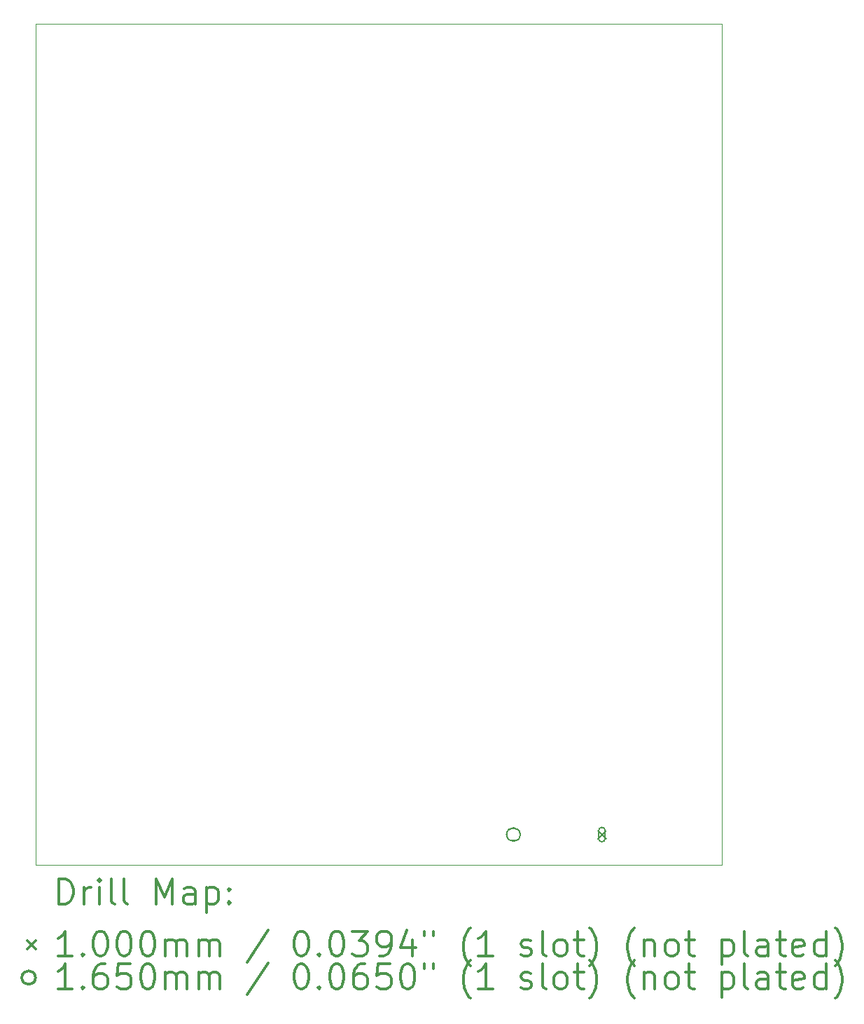
<source format=gbr>
%FSLAX45Y45*%
G04 Gerber Fmt 4.5, Leading zero omitted, Abs format (unit mm)*
G04 Created by KiCad (PCBNEW (5.1.10)-1) date 2022-11-16 11:35:06*
%MOMM*%
%LPD*%
G01*
G04 APERTURE LIST*
%TA.AperFunction,Profile*%
%ADD10C,0.050000*%
%TD*%
%ADD11C,0.200000*%
%ADD12C,0.300000*%
G04 APERTURE END LIST*
D10*
X17580000Y-14140000D02*
X17580000Y-4140000D01*
X9280000Y-3980000D02*
X9280000Y-4140000D01*
X17580000Y-3980000D02*
X17580000Y-4140000D01*
X9280000Y-3980000D02*
X17580000Y-3980000D01*
X9280000Y-14140000D02*
X17580000Y-14140000D01*
X9280000Y-4140000D02*
X9280000Y-14140000D01*
D11*
X16077000Y-13720000D02*
X16177000Y-13820000D01*
X16177000Y-13720000D02*
X16077000Y-13820000D01*
X16167000Y-13817500D02*
X16167000Y-13722500D01*
X16087000Y-13817500D02*
X16087000Y-13722500D01*
X16167000Y-13722500D02*
G75*
G03*
X16087000Y-13722500I-40000J0D01*
G01*
X16087000Y-13817500D02*
G75*
G03*
X16167000Y-13817500I40000J0D01*
G01*
X15139500Y-13770000D02*
G75*
G03*
X15139500Y-13770000I-82500J0D01*
G01*
X15069500Y-13697500D02*
X15044500Y-13697500D01*
X15069500Y-13842500D02*
X15044500Y-13842500D01*
X15044500Y-13697500D02*
G75*
G03*
X15044500Y-13842500I0J-72500D01*
G01*
X15069500Y-13842500D02*
G75*
G03*
X15069500Y-13697500I0J72500D01*
G01*
D12*
X9563928Y-14608214D02*
X9563928Y-14308214D01*
X9635357Y-14308214D01*
X9678214Y-14322500D01*
X9706786Y-14351071D01*
X9721071Y-14379643D01*
X9735357Y-14436786D01*
X9735357Y-14479643D01*
X9721071Y-14536786D01*
X9706786Y-14565357D01*
X9678214Y-14593929D01*
X9635357Y-14608214D01*
X9563928Y-14608214D01*
X9863928Y-14608214D02*
X9863928Y-14408214D01*
X9863928Y-14465357D02*
X9878214Y-14436786D01*
X9892500Y-14422500D01*
X9921071Y-14408214D01*
X9949643Y-14408214D01*
X10049643Y-14608214D02*
X10049643Y-14408214D01*
X10049643Y-14308214D02*
X10035357Y-14322500D01*
X10049643Y-14336786D01*
X10063928Y-14322500D01*
X10049643Y-14308214D01*
X10049643Y-14336786D01*
X10235357Y-14608214D02*
X10206786Y-14593929D01*
X10192500Y-14565357D01*
X10192500Y-14308214D01*
X10392500Y-14608214D02*
X10363928Y-14593929D01*
X10349643Y-14565357D01*
X10349643Y-14308214D01*
X10735357Y-14608214D02*
X10735357Y-14308214D01*
X10835357Y-14522500D01*
X10935357Y-14308214D01*
X10935357Y-14608214D01*
X11206786Y-14608214D02*
X11206786Y-14451071D01*
X11192500Y-14422500D01*
X11163928Y-14408214D01*
X11106786Y-14408214D01*
X11078214Y-14422500D01*
X11206786Y-14593929D02*
X11178214Y-14608214D01*
X11106786Y-14608214D01*
X11078214Y-14593929D01*
X11063928Y-14565357D01*
X11063928Y-14536786D01*
X11078214Y-14508214D01*
X11106786Y-14493929D01*
X11178214Y-14493929D01*
X11206786Y-14479643D01*
X11349643Y-14408214D02*
X11349643Y-14708214D01*
X11349643Y-14422500D02*
X11378214Y-14408214D01*
X11435357Y-14408214D01*
X11463928Y-14422500D01*
X11478214Y-14436786D01*
X11492500Y-14465357D01*
X11492500Y-14551071D01*
X11478214Y-14579643D01*
X11463928Y-14593929D01*
X11435357Y-14608214D01*
X11378214Y-14608214D01*
X11349643Y-14593929D01*
X11621071Y-14579643D02*
X11635357Y-14593929D01*
X11621071Y-14608214D01*
X11606786Y-14593929D01*
X11621071Y-14579643D01*
X11621071Y-14608214D01*
X11621071Y-14422500D02*
X11635357Y-14436786D01*
X11621071Y-14451071D01*
X11606786Y-14436786D01*
X11621071Y-14422500D01*
X11621071Y-14451071D01*
X9177500Y-15052500D02*
X9277500Y-15152500D01*
X9277500Y-15052500D02*
X9177500Y-15152500D01*
X9721071Y-15238214D02*
X9549643Y-15238214D01*
X9635357Y-15238214D02*
X9635357Y-14938214D01*
X9606786Y-14981071D01*
X9578214Y-15009643D01*
X9549643Y-15023929D01*
X9849643Y-15209643D02*
X9863928Y-15223929D01*
X9849643Y-15238214D01*
X9835357Y-15223929D01*
X9849643Y-15209643D01*
X9849643Y-15238214D01*
X10049643Y-14938214D02*
X10078214Y-14938214D01*
X10106786Y-14952500D01*
X10121071Y-14966786D01*
X10135357Y-14995357D01*
X10149643Y-15052500D01*
X10149643Y-15123929D01*
X10135357Y-15181071D01*
X10121071Y-15209643D01*
X10106786Y-15223929D01*
X10078214Y-15238214D01*
X10049643Y-15238214D01*
X10021071Y-15223929D01*
X10006786Y-15209643D01*
X9992500Y-15181071D01*
X9978214Y-15123929D01*
X9978214Y-15052500D01*
X9992500Y-14995357D01*
X10006786Y-14966786D01*
X10021071Y-14952500D01*
X10049643Y-14938214D01*
X10335357Y-14938214D02*
X10363928Y-14938214D01*
X10392500Y-14952500D01*
X10406786Y-14966786D01*
X10421071Y-14995357D01*
X10435357Y-15052500D01*
X10435357Y-15123929D01*
X10421071Y-15181071D01*
X10406786Y-15209643D01*
X10392500Y-15223929D01*
X10363928Y-15238214D01*
X10335357Y-15238214D01*
X10306786Y-15223929D01*
X10292500Y-15209643D01*
X10278214Y-15181071D01*
X10263928Y-15123929D01*
X10263928Y-15052500D01*
X10278214Y-14995357D01*
X10292500Y-14966786D01*
X10306786Y-14952500D01*
X10335357Y-14938214D01*
X10621071Y-14938214D02*
X10649643Y-14938214D01*
X10678214Y-14952500D01*
X10692500Y-14966786D01*
X10706786Y-14995357D01*
X10721071Y-15052500D01*
X10721071Y-15123929D01*
X10706786Y-15181071D01*
X10692500Y-15209643D01*
X10678214Y-15223929D01*
X10649643Y-15238214D01*
X10621071Y-15238214D01*
X10592500Y-15223929D01*
X10578214Y-15209643D01*
X10563928Y-15181071D01*
X10549643Y-15123929D01*
X10549643Y-15052500D01*
X10563928Y-14995357D01*
X10578214Y-14966786D01*
X10592500Y-14952500D01*
X10621071Y-14938214D01*
X10849643Y-15238214D02*
X10849643Y-15038214D01*
X10849643Y-15066786D02*
X10863928Y-15052500D01*
X10892500Y-15038214D01*
X10935357Y-15038214D01*
X10963928Y-15052500D01*
X10978214Y-15081071D01*
X10978214Y-15238214D01*
X10978214Y-15081071D02*
X10992500Y-15052500D01*
X11021071Y-15038214D01*
X11063928Y-15038214D01*
X11092500Y-15052500D01*
X11106786Y-15081071D01*
X11106786Y-15238214D01*
X11249643Y-15238214D02*
X11249643Y-15038214D01*
X11249643Y-15066786D02*
X11263928Y-15052500D01*
X11292500Y-15038214D01*
X11335357Y-15038214D01*
X11363928Y-15052500D01*
X11378214Y-15081071D01*
X11378214Y-15238214D01*
X11378214Y-15081071D02*
X11392500Y-15052500D01*
X11421071Y-15038214D01*
X11463928Y-15038214D01*
X11492500Y-15052500D01*
X11506786Y-15081071D01*
X11506786Y-15238214D01*
X12092500Y-14923929D02*
X11835357Y-15309643D01*
X12478214Y-14938214D02*
X12506786Y-14938214D01*
X12535357Y-14952500D01*
X12549643Y-14966786D01*
X12563928Y-14995357D01*
X12578214Y-15052500D01*
X12578214Y-15123929D01*
X12563928Y-15181071D01*
X12549643Y-15209643D01*
X12535357Y-15223929D01*
X12506786Y-15238214D01*
X12478214Y-15238214D01*
X12449643Y-15223929D01*
X12435357Y-15209643D01*
X12421071Y-15181071D01*
X12406786Y-15123929D01*
X12406786Y-15052500D01*
X12421071Y-14995357D01*
X12435357Y-14966786D01*
X12449643Y-14952500D01*
X12478214Y-14938214D01*
X12706786Y-15209643D02*
X12721071Y-15223929D01*
X12706786Y-15238214D01*
X12692500Y-15223929D01*
X12706786Y-15209643D01*
X12706786Y-15238214D01*
X12906786Y-14938214D02*
X12935357Y-14938214D01*
X12963928Y-14952500D01*
X12978214Y-14966786D01*
X12992500Y-14995357D01*
X13006786Y-15052500D01*
X13006786Y-15123929D01*
X12992500Y-15181071D01*
X12978214Y-15209643D01*
X12963928Y-15223929D01*
X12935357Y-15238214D01*
X12906786Y-15238214D01*
X12878214Y-15223929D01*
X12863928Y-15209643D01*
X12849643Y-15181071D01*
X12835357Y-15123929D01*
X12835357Y-15052500D01*
X12849643Y-14995357D01*
X12863928Y-14966786D01*
X12878214Y-14952500D01*
X12906786Y-14938214D01*
X13106786Y-14938214D02*
X13292500Y-14938214D01*
X13192500Y-15052500D01*
X13235357Y-15052500D01*
X13263928Y-15066786D01*
X13278214Y-15081071D01*
X13292500Y-15109643D01*
X13292500Y-15181071D01*
X13278214Y-15209643D01*
X13263928Y-15223929D01*
X13235357Y-15238214D01*
X13149643Y-15238214D01*
X13121071Y-15223929D01*
X13106786Y-15209643D01*
X13435357Y-15238214D02*
X13492500Y-15238214D01*
X13521071Y-15223929D01*
X13535357Y-15209643D01*
X13563928Y-15166786D01*
X13578214Y-15109643D01*
X13578214Y-14995357D01*
X13563928Y-14966786D01*
X13549643Y-14952500D01*
X13521071Y-14938214D01*
X13463928Y-14938214D01*
X13435357Y-14952500D01*
X13421071Y-14966786D01*
X13406786Y-14995357D01*
X13406786Y-15066786D01*
X13421071Y-15095357D01*
X13435357Y-15109643D01*
X13463928Y-15123929D01*
X13521071Y-15123929D01*
X13549643Y-15109643D01*
X13563928Y-15095357D01*
X13578214Y-15066786D01*
X13835357Y-15038214D02*
X13835357Y-15238214D01*
X13763928Y-14923929D02*
X13692500Y-15138214D01*
X13878214Y-15138214D01*
X13978214Y-14938214D02*
X13978214Y-14995357D01*
X14092500Y-14938214D02*
X14092500Y-14995357D01*
X14535357Y-15352500D02*
X14521071Y-15338214D01*
X14492500Y-15295357D01*
X14478214Y-15266786D01*
X14463928Y-15223929D01*
X14449643Y-15152500D01*
X14449643Y-15095357D01*
X14463928Y-15023929D01*
X14478214Y-14981071D01*
X14492500Y-14952500D01*
X14521071Y-14909643D01*
X14535357Y-14895357D01*
X14806786Y-15238214D02*
X14635357Y-15238214D01*
X14721071Y-15238214D02*
X14721071Y-14938214D01*
X14692500Y-14981071D01*
X14663928Y-15009643D01*
X14635357Y-15023929D01*
X15149643Y-15223929D02*
X15178214Y-15238214D01*
X15235357Y-15238214D01*
X15263928Y-15223929D01*
X15278214Y-15195357D01*
X15278214Y-15181071D01*
X15263928Y-15152500D01*
X15235357Y-15138214D01*
X15192500Y-15138214D01*
X15163928Y-15123929D01*
X15149643Y-15095357D01*
X15149643Y-15081071D01*
X15163928Y-15052500D01*
X15192500Y-15038214D01*
X15235357Y-15038214D01*
X15263928Y-15052500D01*
X15449643Y-15238214D02*
X15421071Y-15223929D01*
X15406786Y-15195357D01*
X15406786Y-14938214D01*
X15606786Y-15238214D02*
X15578214Y-15223929D01*
X15563928Y-15209643D01*
X15549643Y-15181071D01*
X15549643Y-15095357D01*
X15563928Y-15066786D01*
X15578214Y-15052500D01*
X15606786Y-15038214D01*
X15649643Y-15038214D01*
X15678214Y-15052500D01*
X15692500Y-15066786D01*
X15706786Y-15095357D01*
X15706786Y-15181071D01*
X15692500Y-15209643D01*
X15678214Y-15223929D01*
X15649643Y-15238214D01*
X15606786Y-15238214D01*
X15792500Y-15038214D02*
X15906786Y-15038214D01*
X15835357Y-14938214D02*
X15835357Y-15195357D01*
X15849643Y-15223929D01*
X15878214Y-15238214D01*
X15906786Y-15238214D01*
X15978214Y-15352500D02*
X15992500Y-15338214D01*
X16021071Y-15295357D01*
X16035357Y-15266786D01*
X16049643Y-15223929D01*
X16063928Y-15152500D01*
X16063928Y-15095357D01*
X16049643Y-15023929D01*
X16035357Y-14981071D01*
X16021071Y-14952500D01*
X15992500Y-14909643D01*
X15978214Y-14895357D01*
X16521071Y-15352500D02*
X16506786Y-15338214D01*
X16478214Y-15295357D01*
X16463928Y-15266786D01*
X16449643Y-15223929D01*
X16435357Y-15152500D01*
X16435357Y-15095357D01*
X16449643Y-15023929D01*
X16463928Y-14981071D01*
X16478214Y-14952500D01*
X16506786Y-14909643D01*
X16521071Y-14895357D01*
X16635357Y-15038214D02*
X16635357Y-15238214D01*
X16635357Y-15066786D02*
X16649643Y-15052500D01*
X16678214Y-15038214D01*
X16721071Y-15038214D01*
X16749643Y-15052500D01*
X16763928Y-15081071D01*
X16763928Y-15238214D01*
X16949643Y-15238214D02*
X16921071Y-15223929D01*
X16906786Y-15209643D01*
X16892500Y-15181071D01*
X16892500Y-15095357D01*
X16906786Y-15066786D01*
X16921071Y-15052500D01*
X16949643Y-15038214D01*
X16992500Y-15038214D01*
X17021071Y-15052500D01*
X17035357Y-15066786D01*
X17049643Y-15095357D01*
X17049643Y-15181071D01*
X17035357Y-15209643D01*
X17021071Y-15223929D01*
X16992500Y-15238214D01*
X16949643Y-15238214D01*
X17135357Y-15038214D02*
X17249643Y-15038214D01*
X17178214Y-14938214D02*
X17178214Y-15195357D01*
X17192500Y-15223929D01*
X17221071Y-15238214D01*
X17249643Y-15238214D01*
X17578214Y-15038214D02*
X17578214Y-15338214D01*
X17578214Y-15052500D02*
X17606786Y-15038214D01*
X17663928Y-15038214D01*
X17692500Y-15052500D01*
X17706786Y-15066786D01*
X17721071Y-15095357D01*
X17721071Y-15181071D01*
X17706786Y-15209643D01*
X17692500Y-15223929D01*
X17663928Y-15238214D01*
X17606786Y-15238214D01*
X17578214Y-15223929D01*
X17892500Y-15238214D02*
X17863928Y-15223929D01*
X17849643Y-15195357D01*
X17849643Y-14938214D01*
X18135357Y-15238214D02*
X18135357Y-15081071D01*
X18121071Y-15052500D01*
X18092500Y-15038214D01*
X18035357Y-15038214D01*
X18006786Y-15052500D01*
X18135357Y-15223929D02*
X18106786Y-15238214D01*
X18035357Y-15238214D01*
X18006786Y-15223929D01*
X17992500Y-15195357D01*
X17992500Y-15166786D01*
X18006786Y-15138214D01*
X18035357Y-15123929D01*
X18106786Y-15123929D01*
X18135357Y-15109643D01*
X18235357Y-15038214D02*
X18349643Y-15038214D01*
X18278214Y-14938214D02*
X18278214Y-15195357D01*
X18292500Y-15223929D01*
X18321071Y-15238214D01*
X18349643Y-15238214D01*
X18563928Y-15223929D02*
X18535357Y-15238214D01*
X18478214Y-15238214D01*
X18449643Y-15223929D01*
X18435357Y-15195357D01*
X18435357Y-15081071D01*
X18449643Y-15052500D01*
X18478214Y-15038214D01*
X18535357Y-15038214D01*
X18563928Y-15052500D01*
X18578214Y-15081071D01*
X18578214Y-15109643D01*
X18435357Y-15138214D01*
X18835357Y-15238214D02*
X18835357Y-14938214D01*
X18835357Y-15223929D02*
X18806786Y-15238214D01*
X18749643Y-15238214D01*
X18721071Y-15223929D01*
X18706786Y-15209643D01*
X18692500Y-15181071D01*
X18692500Y-15095357D01*
X18706786Y-15066786D01*
X18721071Y-15052500D01*
X18749643Y-15038214D01*
X18806786Y-15038214D01*
X18835357Y-15052500D01*
X18949643Y-15352500D02*
X18963928Y-15338214D01*
X18992500Y-15295357D01*
X19006786Y-15266786D01*
X19021071Y-15223929D01*
X19035357Y-15152500D01*
X19035357Y-15095357D01*
X19021071Y-15023929D01*
X19006786Y-14981071D01*
X18992500Y-14952500D01*
X18963928Y-14909643D01*
X18949643Y-14895357D01*
X9277500Y-15498500D02*
G75*
G03*
X9277500Y-15498500I-82500J0D01*
G01*
X9721071Y-15634214D02*
X9549643Y-15634214D01*
X9635357Y-15634214D02*
X9635357Y-15334214D01*
X9606786Y-15377071D01*
X9578214Y-15405643D01*
X9549643Y-15419929D01*
X9849643Y-15605643D02*
X9863928Y-15619929D01*
X9849643Y-15634214D01*
X9835357Y-15619929D01*
X9849643Y-15605643D01*
X9849643Y-15634214D01*
X10121071Y-15334214D02*
X10063928Y-15334214D01*
X10035357Y-15348500D01*
X10021071Y-15362786D01*
X9992500Y-15405643D01*
X9978214Y-15462786D01*
X9978214Y-15577071D01*
X9992500Y-15605643D01*
X10006786Y-15619929D01*
X10035357Y-15634214D01*
X10092500Y-15634214D01*
X10121071Y-15619929D01*
X10135357Y-15605643D01*
X10149643Y-15577071D01*
X10149643Y-15505643D01*
X10135357Y-15477071D01*
X10121071Y-15462786D01*
X10092500Y-15448500D01*
X10035357Y-15448500D01*
X10006786Y-15462786D01*
X9992500Y-15477071D01*
X9978214Y-15505643D01*
X10421071Y-15334214D02*
X10278214Y-15334214D01*
X10263928Y-15477071D01*
X10278214Y-15462786D01*
X10306786Y-15448500D01*
X10378214Y-15448500D01*
X10406786Y-15462786D01*
X10421071Y-15477071D01*
X10435357Y-15505643D01*
X10435357Y-15577071D01*
X10421071Y-15605643D01*
X10406786Y-15619929D01*
X10378214Y-15634214D01*
X10306786Y-15634214D01*
X10278214Y-15619929D01*
X10263928Y-15605643D01*
X10621071Y-15334214D02*
X10649643Y-15334214D01*
X10678214Y-15348500D01*
X10692500Y-15362786D01*
X10706786Y-15391357D01*
X10721071Y-15448500D01*
X10721071Y-15519929D01*
X10706786Y-15577071D01*
X10692500Y-15605643D01*
X10678214Y-15619929D01*
X10649643Y-15634214D01*
X10621071Y-15634214D01*
X10592500Y-15619929D01*
X10578214Y-15605643D01*
X10563928Y-15577071D01*
X10549643Y-15519929D01*
X10549643Y-15448500D01*
X10563928Y-15391357D01*
X10578214Y-15362786D01*
X10592500Y-15348500D01*
X10621071Y-15334214D01*
X10849643Y-15634214D02*
X10849643Y-15434214D01*
X10849643Y-15462786D02*
X10863928Y-15448500D01*
X10892500Y-15434214D01*
X10935357Y-15434214D01*
X10963928Y-15448500D01*
X10978214Y-15477071D01*
X10978214Y-15634214D01*
X10978214Y-15477071D02*
X10992500Y-15448500D01*
X11021071Y-15434214D01*
X11063928Y-15434214D01*
X11092500Y-15448500D01*
X11106786Y-15477071D01*
X11106786Y-15634214D01*
X11249643Y-15634214D02*
X11249643Y-15434214D01*
X11249643Y-15462786D02*
X11263928Y-15448500D01*
X11292500Y-15434214D01*
X11335357Y-15434214D01*
X11363928Y-15448500D01*
X11378214Y-15477071D01*
X11378214Y-15634214D01*
X11378214Y-15477071D02*
X11392500Y-15448500D01*
X11421071Y-15434214D01*
X11463928Y-15434214D01*
X11492500Y-15448500D01*
X11506786Y-15477071D01*
X11506786Y-15634214D01*
X12092500Y-15319929D02*
X11835357Y-15705643D01*
X12478214Y-15334214D02*
X12506786Y-15334214D01*
X12535357Y-15348500D01*
X12549643Y-15362786D01*
X12563928Y-15391357D01*
X12578214Y-15448500D01*
X12578214Y-15519929D01*
X12563928Y-15577071D01*
X12549643Y-15605643D01*
X12535357Y-15619929D01*
X12506786Y-15634214D01*
X12478214Y-15634214D01*
X12449643Y-15619929D01*
X12435357Y-15605643D01*
X12421071Y-15577071D01*
X12406786Y-15519929D01*
X12406786Y-15448500D01*
X12421071Y-15391357D01*
X12435357Y-15362786D01*
X12449643Y-15348500D01*
X12478214Y-15334214D01*
X12706786Y-15605643D02*
X12721071Y-15619929D01*
X12706786Y-15634214D01*
X12692500Y-15619929D01*
X12706786Y-15605643D01*
X12706786Y-15634214D01*
X12906786Y-15334214D02*
X12935357Y-15334214D01*
X12963928Y-15348500D01*
X12978214Y-15362786D01*
X12992500Y-15391357D01*
X13006786Y-15448500D01*
X13006786Y-15519929D01*
X12992500Y-15577071D01*
X12978214Y-15605643D01*
X12963928Y-15619929D01*
X12935357Y-15634214D01*
X12906786Y-15634214D01*
X12878214Y-15619929D01*
X12863928Y-15605643D01*
X12849643Y-15577071D01*
X12835357Y-15519929D01*
X12835357Y-15448500D01*
X12849643Y-15391357D01*
X12863928Y-15362786D01*
X12878214Y-15348500D01*
X12906786Y-15334214D01*
X13263928Y-15334214D02*
X13206786Y-15334214D01*
X13178214Y-15348500D01*
X13163928Y-15362786D01*
X13135357Y-15405643D01*
X13121071Y-15462786D01*
X13121071Y-15577071D01*
X13135357Y-15605643D01*
X13149643Y-15619929D01*
X13178214Y-15634214D01*
X13235357Y-15634214D01*
X13263928Y-15619929D01*
X13278214Y-15605643D01*
X13292500Y-15577071D01*
X13292500Y-15505643D01*
X13278214Y-15477071D01*
X13263928Y-15462786D01*
X13235357Y-15448500D01*
X13178214Y-15448500D01*
X13149643Y-15462786D01*
X13135357Y-15477071D01*
X13121071Y-15505643D01*
X13563928Y-15334214D02*
X13421071Y-15334214D01*
X13406786Y-15477071D01*
X13421071Y-15462786D01*
X13449643Y-15448500D01*
X13521071Y-15448500D01*
X13549643Y-15462786D01*
X13563928Y-15477071D01*
X13578214Y-15505643D01*
X13578214Y-15577071D01*
X13563928Y-15605643D01*
X13549643Y-15619929D01*
X13521071Y-15634214D01*
X13449643Y-15634214D01*
X13421071Y-15619929D01*
X13406786Y-15605643D01*
X13763928Y-15334214D02*
X13792500Y-15334214D01*
X13821071Y-15348500D01*
X13835357Y-15362786D01*
X13849643Y-15391357D01*
X13863928Y-15448500D01*
X13863928Y-15519929D01*
X13849643Y-15577071D01*
X13835357Y-15605643D01*
X13821071Y-15619929D01*
X13792500Y-15634214D01*
X13763928Y-15634214D01*
X13735357Y-15619929D01*
X13721071Y-15605643D01*
X13706786Y-15577071D01*
X13692500Y-15519929D01*
X13692500Y-15448500D01*
X13706786Y-15391357D01*
X13721071Y-15362786D01*
X13735357Y-15348500D01*
X13763928Y-15334214D01*
X13978214Y-15334214D02*
X13978214Y-15391357D01*
X14092500Y-15334214D02*
X14092500Y-15391357D01*
X14535357Y-15748500D02*
X14521071Y-15734214D01*
X14492500Y-15691357D01*
X14478214Y-15662786D01*
X14463928Y-15619929D01*
X14449643Y-15548500D01*
X14449643Y-15491357D01*
X14463928Y-15419929D01*
X14478214Y-15377071D01*
X14492500Y-15348500D01*
X14521071Y-15305643D01*
X14535357Y-15291357D01*
X14806786Y-15634214D02*
X14635357Y-15634214D01*
X14721071Y-15634214D02*
X14721071Y-15334214D01*
X14692500Y-15377071D01*
X14663928Y-15405643D01*
X14635357Y-15419929D01*
X15149643Y-15619929D02*
X15178214Y-15634214D01*
X15235357Y-15634214D01*
X15263928Y-15619929D01*
X15278214Y-15591357D01*
X15278214Y-15577071D01*
X15263928Y-15548500D01*
X15235357Y-15534214D01*
X15192500Y-15534214D01*
X15163928Y-15519929D01*
X15149643Y-15491357D01*
X15149643Y-15477071D01*
X15163928Y-15448500D01*
X15192500Y-15434214D01*
X15235357Y-15434214D01*
X15263928Y-15448500D01*
X15449643Y-15634214D02*
X15421071Y-15619929D01*
X15406786Y-15591357D01*
X15406786Y-15334214D01*
X15606786Y-15634214D02*
X15578214Y-15619929D01*
X15563928Y-15605643D01*
X15549643Y-15577071D01*
X15549643Y-15491357D01*
X15563928Y-15462786D01*
X15578214Y-15448500D01*
X15606786Y-15434214D01*
X15649643Y-15434214D01*
X15678214Y-15448500D01*
X15692500Y-15462786D01*
X15706786Y-15491357D01*
X15706786Y-15577071D01*
X15692500Y-15605643D01*
X15678214Y-15619929D01*
X15649643Y-15634214D01*
X15606786Y-15634214D01*
X15792500Y-15434214D02*
X15906786Y-15434214D01*
X15835357Y-15334214D02*
X15835357Y-15591357D01*
X15849643Y-15619929D01*
X15878214Y-15634214D01*
X15906786Y-15634214D01*
X15978214Y-15748500D02*
X15992500Y-15734214D01*
X16021071Y-15691357D01*
X16035357Y-15662786D01*
X16049643Y-15619929D01*
X16063928Y-15548500D01*
X16063928Y-15491357D01*
X16049643Y-15419929D01*
X16035357Y-15377071D01*
X16021071Y-15348500D01*
X15992500Y-15305643D01*
X15978214Y-15291357D01*
X16521071Y-15748500D02*
X16506786Y-15734214D01*
X16478214Y-15691357D01*
X16463928Y-15662786D01*
X16449643Y-15619929D01*
X16435357Y-15548500D01*
X16435357Y-15491357D01*
X16449643Y-15419929D01*
X16463928Y-15377071D01*
X16478214Y-15348500D01*
X16506786Y-15305643D01*
X16521071Y-15291357D01*
X16635357Y-15434214D02*
X16635357Y-15634214D01*
X16635357Y-15462786D02*
X16649643Y-15448500D01*
X16678214Y-15434214D01*
X16721071Y-15434214D01*
X16749643Y-15448500D01*
X16763928Y-15477071D01*
X16763928Y-15634214D01*
X16949643Y-15634214D02*
X16921071Y-15619929D01*
X16906786Y-15605643D01*
X16892500Y-15577071D01*
X16892500Y-15491357D01*
X16906786Y-15462786D01*
X16921071Y-15448500D01*
X16949643Y-15434214D01*
X16992500Y-15434214D01*
X17021071Y-15448500D01*
X17035357Y-15462786D01*
X17049643Y-15491357D01*
X17049643Y-15577071D01*
X17035357Y-15605643D01*
X17021071Y-15619929D01*
X16992500Y-15634214D01*
X16949643Y-15634214D01*
X17135357Y-15434214D02*
X17249643Y-15434214D01*
X17178214Y-15334214D02*
X17178214Y-15591357D01*
X17192500Y-15619929D01*
X17221071Y-15634214D01*
X17249643Y-15634214D01*
X17578214Y-15434214D02*
X17578214Y-15734214D01*
X17578214Y-15448500D02*
X17606786Y-15434214D01*
X17663928Y-15434214D01*
X17692500Y-15448500D01*
X17706786Y-15462786D01*
X17721071Y-15491357D01*
X17721071Y-15577071D01*
X17706786Y-15605643D01*
X17692500Y-15619929D01*
X17663928Y-15634214D01*
X17606786Y-15634214D01*
X17578214Y-15619929D01*
X17892500Y-15634214D02*
X17863928Y-15619929D01*
X17849643Y-15591357D01*
X17849643Y-15334214D01*
X18135357Y-15634214D02*
X18135357Y-15477071D01*
X18121071Y-15448500D01*
X18092500Y-15434214D01*
X18035357Y-15434214D01*
X18006786Y-15448500D01*
X18135357Y-15619929D02*
X18106786Y-15634214D01*
X18035357Y-15634214D01*
X18006786Y-15619929D01*
X17992500Y-15591357D01*
X17992500Y-15562786D01*
X18006786Y-15534214D01*
X18035357Y-15519929D01*
X18106786Y-15519929D01*
X18135357Y-15505643D01*
X18235357Y-15434214D02*
X18349643Y-15434214D01*
X18278214Y-15334214D02*
X18278214Y-15591357D01*
X18292500Y-15619929D01*
X18321071Y-15634214D01*
X18349643Y-15634214D01*
X18563928Y-15619929D02*
X18535357Y-15634214D01*
X18478214Y-15634214D01*
X18449643Y-15619929D01*
X18435357Y-15591357D01*
X18435357Y-15477071D01*
X18449643Y-15448500D01*
X18478214Y-15434214D01*
X18535357Y-15434214D01*
X18563928Y-15448500D01*
X18578214Y-15477071D01*
X18578214Y-15505643D01*
X18435357Y-15534214D01*
X18835357Y-15634214D02*
X18835357Y-15334214D01*
X18835357Y-15619929D02*
X18806786Y-15634214D01*
X18749643Y-15634214D01*
X18721071Y-15619929D01*
X18706786Y-15605643D01*
X18692500Y-15577071D01*
X18692500Y-15491357D01*
X18706786Y-15462786D01*
X18721071Y-15448500D01*
X18749643Y-15434214D01*
X18806786Y-15434214D01*
X18835357Y-15448500D01*
X18949643Y-15748500D02*
X18963928Y-15734214D01*
X18992500Y-15691357D01*
X19006786Y-15662786D01*
X19021071Y-15619929D01*
X19035357Y-15548500D01*
X19035357Y-15491357D01*
X19021071Y-15419929D01*
X19006786Y-15377071D01*
X18992500Y-15348500D01*
X18963928Y-15305643D01*
X18949643Y-15291357D01*
M02*

</source>
